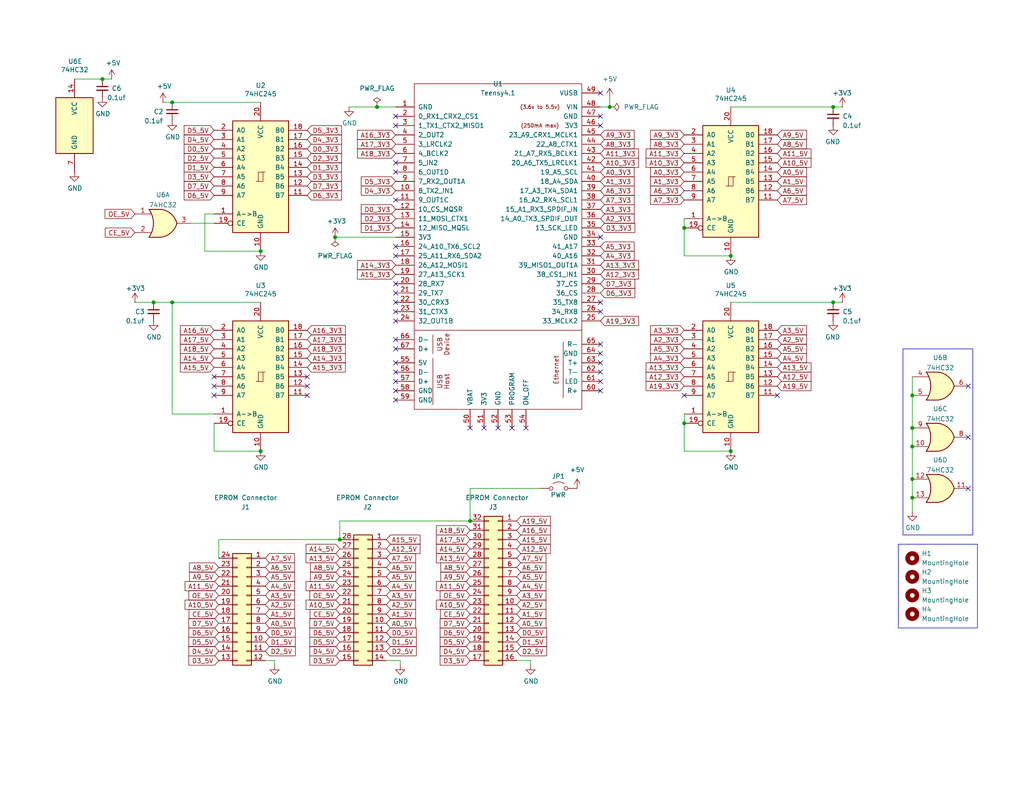
<source format=kicad_sch>
(kicad_sch (version 20231120) (generator "eeschema") (generator_version "8.0")
  (paper "USLetter")
  (title_block (title "EPROM Emulator") (date "2024-07-17") (rev "0.3") (company "Brian Peek"))
  (lib_symbols
    (symbol "74xx:74HC245" (pin_names (offset 1.016))
      (property "Reference" "U" (at -7.62 16.51 0))
      (property "Value" "74HC245" (at -7.62 -16.51 0))
      (symbol "74HC245_1_0"
        (pin input line (at -12.7 -10.16 0) (length 5.08) (name "A->B") (number "1"))
        (pin power_in line (at 0 -20.32 90) (length 5.08) (name "GND") (number "10"))
        (pin tri_state line (at 12.7 -5.08 180) (length 5.08) (name "B7") (number "11"))
        (pin tri_state line (at 12.7 -2.54 180) (length 5.08) (name "B6") (number "12"))
        (pin tri_state line (at 12.7 0 180) (length 5.08) (name "B5") (number "13"))
        (pin tri_state line (at 12.7 2.54 180) (length 5.08) (name "B4") (number "14"))
        (pin tri_state line (at 12.7 5.08 180) (length 5.08) (name "B3") (number "15"))
        (pin tri_state line (at 12.7 7.62 180) (length 5.08) (name "B2") (number "16"))
        (pin tri_state line (at 12.7 10.16 180) (length 5.08) (name "B1") (number "17"))
        (pin tri_state line (at 12.7 12.7 180) (length 5.08) (name "B0") (number "18"))
        (pin input inverted (at -12.7 -12.7 0) (length 5.08) (name "CE") (number "19"))
        (pin tri_state line (at -12.7 12.7 0) (length 5.08) (name "A0") (number "2"))
        (pin power_in line (at 0 20.32 270) (length 5.08) (name "VCC") (number "20"))
        (pin tri_state line (at -12.7 10.16 0) (length 5.08) (name "A1") (number "3"))
        (pin tri_state line (at -12.7 7.62 0) (length 5.08) (name "A2") (number "4"))
        (pin tri_state line (at -12.7 5.08 0) (length 5.08) (name "A3") (number "5"))
        (pin tri_state line (at -12.7 2.54 0) (length 5.08) (name "A4") (number "6"))
        (pin tri_state line (at -12.7 0 0) (length 5.08) (name "A5") (number "7"))
        (pin tri_state line (at -12.7 -2.54 0) (length 5.08) (name "A6") (number "8"))
        (pin tri_state line (at -12.7 -5.08 0) (length 5.08) (name "A7") (number "9"))
      )
    )
    (symbol "74xx:74LS32" (pin_names (offset 1.016))
      (property "Reference" "U" (at 0 1.27 0))
      (property "Value" "74LS32" (at 0 -1.27 0))
      (symbol "74LS32_1_1"
        (pin input line (at -7.62 2.54 0) (length 4.318) (name "~") (number "1"))
        (pin input line (at -7.62 -2.54 0) (length 4.318) (name "~") (number "2"))
        (pin output line (at 7.62 0 180) (length 3.81) (name "~") (number "3"))
      )
      (symbol "74LS32_1_2"
        (pin input inverted (at -7.62 2.54 0) (length 3.81) (name "~") (number "1"))
        (pin input inverted (at -7.62 -2.54 0) (length 3.81) (name "~") (number "2"))
        (pin output inverted (at 7.62 0 180) (length 3.81) (name "~") (number "3"))
      )
      (symbol "74LS32_2_1"
        (pin input line (at -7.62 2.54 0) (length 4.318) (name "~") (number "4"))
        (pin input line (at -7.62 -2.54 0) (length 4.318) (name "~") (number "5"))
        (pin output line (at 7.62 0 180) (length 3.81) (name "~") (number "6"))
      )
      (symbol "74LS32_2_2"
        (pin input inverted (at -7.62 2.54 0) (length 3.81) (name "~") (number "4"))
        (pin input inverted (at -7.62 -2.54 0) (length 3.81) (name "~") (number "5"))
        (pin output inverted (at 7.62 0 180) (length 3.81) (name "~") (number "6"))
      )
      (symbol "74LS32_3_1"
        (pin input line (at -7.62 -2.54 0) (length 4.318) (name "~") (number "10"))
        (pin output line (at 7.62 0 180) (length 3.81) (name "~") (number "8"))
        (pin input line (at -7.62 2.54 0) (length 4.318) (name "~") (number "9"))
      )
      (symbol "74LS32_3_2"
        (pin input inverted (at -7.62 -2.54 0) (length 3.81) (name "~") (number "10"))
        (pin output inverted (at 7.62 0 180) (length 3.81) (name "~") (number "8"))
        (pin input inverted (at -7.62 2.54 0) (length 3.81) (name "~") (number "9"))
      )
      (symbol "74LS32_4_1"
        (pin output line (at 7.62 0 180) (length 3.81) (name "~") (number "11"))
        (pin input line (at -7.62 2.54 0) (length 4.318) (name "~") (number "12"))
        (pin input line (at -7.62 -2.54 0) (length 4.318) (name "~") (number "13"))
      )
      (symbol "74LS32_4_2"
        (pin output inverted (at 7.62 0 180) (length 3.81) (name "~") (number "11"))
        (pin input inverted (at -7.62 2.54 0) (length 3.81) (name "~") (number "12"))
        (pin input inverted (at -7.62 -2.54 0) (length 3.81) (name "~") (number "13"))
      )
      (symbol "74LS32_5_0"
        (pin power_in line (at 0 12.7 270) (length 5.08) (name "VCC") (number "14"))
        (pin power_in line (at 0 -12.7 90) (length 5.08) (name "GND") (number "7"))
      )
    )
    (symbol "Connector_Generic:Conn_02x12_Counter_Clockwise" (pin_names (offset 1.016) hide)
      (property "Reference" "J" (at 1.27 15.24 0))
      (property "Value" "Conn_02x12_Counter_Clockwise" (at 1.27 -17.78 0))
      (symbol "Conn_02x12_Counter_Clockwise_1_1"
        (pin passive line (at -5.08 12.7 0) (length 3.81) (name "Pin_1") (number "1"))
        (pin passive line (at -5.08 -10.16 0) (length 3.81) (name "Pin_10") (number "10"))
        (pin passive line (at -5.08 -12.7 0) (length 3.81) (name "Pin_11") (number "11"))
        (pin passive line (at -5.08 -15.24 0) (length 3.81) (name "Pin_12") (number "12"))
        (pin passive line (at 7.62 -15.24 180) (length 3.81) (name "Pin_13") (number "13"))
        (pin passive line (at 7.62 -12.7 180) (length 3.81) (name "Pin_14") (number "14"))
        (pin passive line (at 7.62 -10.16 180) (length 3.81) (name "Pin_15") (number "15"))
        (pin passive line (at 7.62 -7.62 180) (length 3.81) (name "Pin_16") (number "16"))
        (pin passive line (at 7.62 -5.08 180) (length 3.81) (name "Pin_17") (number "17"))
        (pin passive line (at 7.62 -2.54 180) (length 3.81) (name "Pin_18") (number "18"))
        (pin passive line (at 7.62 0 180) (length 3.81) (name "Pin_19") (number "19"))
        (pin passive line (at -5.08 10.16 0) (length 3.81) (name "Pin_2") (number "2"))
        (pin passive line (at 7.62 2.54 180) (length 3.81) (name "Pin_20") (number "20"))
        (pin passive line (at 7.62 5.08 180) (length 3.81) (name "Pin_21") (number "21"))
        (pin passive line (at 7.62 7.62 180) (length 3.81) (name "Pin_22") (number "22"))
        (pin passive line (at 7.62 10.16 180) (length 3.81) (name "Pin_23") (number "23"))
        (pin passive line (at 7.62 12.7 180) (length 3.81) (name "Pin_24") (number "24"))
        (pin passive line (at -5.08 7.62 0) (length 3.81) (name "Pin_3") (number "3"))
        (pin passive line (at -5.08 5.08 0) (length 3.81) (name "Pin_4") (number "4"))
        (pin passive line (at -5.08 2.54 0) (length 3.81) (name "Pin_5") (number "5"))
        (pin passive line (at -5.08 0 0) (length 3.81) (name "Pin_6") (number "6"))
        (pin passive line (at -5.08 -2.54 0) (length 3.81) (name "Pin_7") (number "7"))
        (pin passive line (at -5.08 -5.08 0) (length 3.81) (name "Pin_8") (number "8"))
        (pin passive line (at -5.08 -7.62 0) (length 3.81) (name "Pin_9") (number "9"))
      )
    )
    (symbol "Connector_Generic:Conn_02x14_Counter_Clockwise" (pin_names (offset 1.016) hide)
      (property "Reference" "J" (at 1.27 17.78 0))
      (property "Value" "Conn_02x14_Counter_Clockwise" (at 1.27 -20.32 0))
      (symbol "Conn_02x14_Counter_Clockwise_1_1"
        (pin passive line (at -5.08 15.24 0) (length 3.81) (name "Pin_1") (number "1"))
        (pin passive line (at -5.08 -7.62 0) (length 3.81) (name "Pin_10") (number "10"))
        (pin passive line (at -5.08 -10.16 0) (length 3.81) (name "Pin_11") (number "11"))
        (pin passive line (at -5.08 -12.7 0) (length 3.81) (name "Pin_12") (number "12"))
        (pin passive line (at -5.08 -15.24 0) (length 3.81) (name "Pin_13") (number "13"))
        (pin passive line (at -5.08 -17.78 0) (length 3.81) (name "Pin_14") (number "14"))
        (pin passive line (at 7.62 -17.78 180) (length 3.81) (name "Pin_15") (number "15"))
        (pin passive line (at 7.62 -15.24 180) (length 3.81) (name "Pin_16") (number "16"))
        (pin passive line (at 7.62 -12.7 180) (length 3.81) (name "Pin_17") (number "17"))
        (pin passive line (at 7.62 -10.16 180) (length 3.81) (name "Pin_18") (number "18"))
        (pin passive line (at 7.62 -7.62 180) (length 3.81) (name "Pin_19") (number "19"))
        (pin passive line (at -5.08 12.7 0) (length 3.81) (name "Pin_2") (number "2"))
        (pin passive line (at 7.62 -5.08 180) (length 3.81) (name "Pin_20") (number "20"))
        (pin passive line (at 7.62 -2.54 180) (length 3.81) (name "Pin_21") (number "21"))
        (pin passive line (at 7.62 0 180) (length 3.81) (name "Pin_22") (number "22"))
        (pin passive line (at 7.62 2.54 180) (length 3.81) (name "Pin_23") (number "23"))
        (pin passive line (at 7.62 5.08 180) (length 3.81) (name "Pin_24") (number "24"))
        (pin passive line (at 7.62 7.62 180) (length 3.81) (name "Pin_25") (number "25"))
        (pin passive line (at 7.62 10.16 180) (length 3.81) (name "Pin_26") (number "26"))
        (pin passive line (at 7.62 12.7 180) (length 3.81) (name "Pin_27") (number "27"))
        (pin passive line (at 7.62 15.24 180) (length 3.81) (name "Pin_28") (number "28"))
        (pin passive line (at -5.08 10.16 0) (length 3.81) (name "Pin_3") (number "3"))
        (pin passive line (at -5.08 7.62 0) (length 3.81) (name "Pin_4") (number "4"))
        (pin passive line (at -5.08 5.08 0) (length 3.81) (name "Pin_5") (number "5"))
        (pin passive line (at -5.08 2.54 0) (length 3.81) (name "Pin_6") (number "6"))
        (pin passive line (at -5.08 0 0) (length 3.81) (name "Pin_7") (number "7"))
        (pin passive line (at -5.08 -2.54 0) (length 3.81) (name "Pin_8") (number "8"))
        (pin passive line (at -5.08 -5.08 0) (length 3.81) (name "Pin_9") (number "9"))
      )
    )
    (symbol "Connector_Generic:Conn_02x16_Counter_Clockwise" (pin_names (offset 1.016) hide)
      (property "Reference" "J" (at 1.27 20.32 0))
      (property "Value" "Conn_02x16_Counter_Clockwise" (at 1.27 -22.86 0))
      (symbol "Conn_02x16_Counter_Clockwise_1_1"
        (pin passive line (at -5.08 17.78 0) (length 3.81) (name "Pin_1") (number "1"))
        (pin passive line (at -5.08 -5.08 0) (length 3.81) (name "Pin_10") (number "10"))
        (pin passive line (at -5.08 -7.62 0) (length 3.81) (name "Pin_11") (number "11"))
        (pin passive line (at -5.08 -10.16 0) (length 3.81) (name "Pin_12") (number "12"))
        (pin passive line (at -5.08 -12.7 0) (length 3.81) (name "Pin_13") (number "13"))
        (pin passive line (at -5.08 -15.24 0) (length 3.81) (name "Pin_14") (number "14"))
        (pin passive line (at -5.08 -17.78 0) (length 3.81) (name "Pin_15") (number "15"))
        (pin passive line (at -5.08 -20.32 0) (length 3.81) (name "Pin_16") (number "16"))
        (pin passive line (at 7.62 -20.32 180) (length 3.81) (name "Pin_17") (number "17"))
        (pin passive line (at 7.62 -17.78 180) (length 3.81) (name "Pin_18") (number "18"))
        (pin passive line (at 7.62 -15.24 180) (length 3.81) (name "Pin_19") (number "19"))
        (pin passive line (at -5.08 15.24 0) (length 3.81) (name "Pin_2") (number "2"))
        (pin passive line (at 7.62 -12.7 180) (length 3.81) (name "Pin_20") (number "20"))
        (pin passive line (at 7.62 -10.16 180) (length 3.81) (name "Pin_21") (number "21"))
        (pin passive line (at 7.62 -7.62 180) (length 3.81) (name "Pin_22") (number "22"))
        (pin passive line (at 7.62 -5.08 180) (length 3.81) (name "Pin_23") (number "23"))
        (pin passive line (at 7.62 -2.54 180) (length 3.81) (name "Pin_24") (number "24"))
        (pin passive line (at 7.62 0 180) (length 3.81) (name "Pin_25") (number "25"))
        (pin passive line (at 7.62 2.54 180) (length 3.81) (name "Pin_26") (number "26"))
        (pin passive line (at 7.62 5.08 180) (length 3.81) (name "Pin_27") (number "27"))
        (pin passive line (at 7.62 7.62 180) (length 3.81) (name "Pin_28") (number "28"))
        (pin passive line (at 7.62 10.16 180) (length 3.81) (name "Pin_29") (number "29"))
        (pin passive line (at -5.08 12.7 0) (length 3.81) (name "Pin_3") (number "3"))
        (pin passive line (at 7.62 12.7 180) (length 3.81) (name "Pin_30") (number "30"))
        (pin passive line (at 7.62 15.24 180) (length 3.81) (name "Pin_31") (number "31"))
        (pin passive line (at 7.62 17.78 180) (length 3.81) (name "Pin_32") (number "32"))
        (pin passive line (at -5.08 10.16 0) (length 3.81) (name "Pin_4") (number "4"))
        (pin passive line (at -5.08 7.62 0) (length 3.81) (name "Pin_5") (number "5"))
        (pin passive line (at -5.08 5.08 0) (length 3.81) (name "Pin_6") (number "6"))
        (pin passive line (at -5.08 2.54 0) (length 3.81) (name "Pin_7") (number "7"))
        (pin passive line (at -5.08 0 0) (length 3.81) (name "Pin_8") (number "8"))
        (pin passive line (at -5.08 -2.54 0) (length 3.81) (name "Pin_9") (number "9"))
      )
    )
    (symbol "Device:C_Small" (pin_numbers hide) (pin_names (offset 0.254) hide)
      (property "Reference" "C" (at 0.254 1.778 0))
      (property "Value" "C_Small" (at 0.254 -2.032 0))
      (symbol "C_Small_1_1"
        (pin passive line (at 0 2.54 270) (length 2.032) (name "~") (number "1"))
        (pin passive line (at 0 -2.54 90) (length 2.032) (name "~") (number "2"))
      )
    )
    (symbol "Jumper:Jumper_2_Open" (pin_numbers hide) (pin_names (offset 0) hide) (exclude_from_sim yes)
      (property "Reference" "JP" (at 0 2.794 0))
      (property "Value" "Jumper_2_Open" (at 0 -2.286 0))
      (symbol "Jumper_2_Open_1_1"
        (pin passive line (at -5.08 0 0) (length 2.54) (name "A") (number "1"))
        (pin passive line (at 5.08 0 180) (length 2.54) (name "B") (number "2"))
      )
    )
    (symbol "Mechanical:MountingHole" (pin_names (offset 1.016)) (exclude_from_sim yes) (in_bom no)
      (property "Reference" "H" (at 0 5.08 0))
      (property "Value" "MountingHole" (at 0 3.175 0))
    )
    (symbol "power:+3.3V" (power) (pin_numbers hide) (pin_names (offset 0) hide)
      (property "Value" "+3.3V" (at 0 3.556 0))
      (symbol "+3.3V_1_1"
        (pin power_in line (at 0 0 90) (length 0) (name "~") (number "1"))
      )
    )
    (symbol "power:+5V" (power) (pin_numbers hide) (pin_names (offset 0) hide)
      (property "Value" "+5V" (at 0 3.556 0))
      (symbol "+5V_1_1"
        (pin power_in line (at 0 0 90) (length 0) (name "~") (number "1"))
      )
    )
    (symbol "power:GND" (power) (pin_numbers hide) (pin_names (offset 0) hide)
      (property "Value" "GND" (at 0 -3.81 0))
      (symbol "GND_1_1"
        (pin power_in line (at 0 0 270) (length 0) (name "~") (number "1"))
      )
    )
    (symbol "power:PWR_FLAG" (power) (pin_numbers hide) (pin_names (offset 0) hide)
      (property "Value" "PWR_FLAG" (at 0 3.81 0))
      (symbol "PWR_FLAG_0_0"
        (pin power_out line (at 0 0 90) (length 0) (name "~") (number "1"))
      )
    )
    (symbol "teensy:Teensy4.1" (pin_names (offset 1.016))
      (property "Reference" "U" (at 0 64.77 0))
      (property "Value" "Teensy4.1" (at 0 62.23 0))
      (symbol "Teensy4.1_0_0"
        (text "(250mA max)" (at 11.43 49.53 0) (effects (font (size 1.016 1.016))))
        (text "(3.6v to 5.5v)" (at 11.43 54.61 0) (effects (font (size 1.016 1.016))))
        (text "Device" (at -13.97 -10.16 900) (effects (font (size 1.27 1.27))))
        (text "Ethernet" (at 15.875 -17.145 900) (effects (font (size 1.27 1.27))))
        (text "Host" (at -13.97 -20.32 900) (effects (font (size 1.27 1.27))))
        (text "USB" (at -15.875 -20.32 900) (effects (font (size 1.27 1.27))))
        (text "USB" (at -15.875 -10.16 900) (effects (font (size 1.27 1.27))))
        (pin bidirectional line (at -27.94 31.75 0) (length 5.08) (name "8_TX2_IN1") (number "10"))
        (pin bidirectional line (at -27.94 29.21 0) (length 5.08) (name "9_OUT1C") (number "11"))
        (pin bidirectional line (at -27.94 26.67 0) (length 5.08) (name "10_CS_MQSR") (number "12"))
        (pin bidirectional line (at -27.94 24.13 0) (length 5.08) (name "11_MOSI_CTX1") (number "13"))
        (pin bidirectional line (at -27.94 21.59 0) (length 5.08) (name "12_MISO_MQSL") (number "14"))
        (pin power_in line (at -27.94 19.05 0) (length 5.08) (name "3V3") (number "15"))
        (pin bidirectional line (at -27.94 16.51 0) (length 5.08) (name "24_A10_TX6_SCL2") (number "16"))
        (pin bidirectional line (at -27.94 13.97 0) (length 5.08) (name "25_A11_RX6_SDA2") (number "17"))
        (pin bidirectional line (at -27.94 11.43 0) (length 5.08) (name "26_A12_MOSI1") (number "18"))
        (pin bidirectional line (at -27.94 8.89 0) (length 5.08) (name "27_A13_SCK1") (number "19"))
        (pin bidirectional line (at -27.94 6.35 0) (length 5.08) (name "28_RX7") (number "20"))
        (pin bidirectional line (at -27.94 3.81 0) (length 5.08) (name "29_TX7") (number "21"))
        (pin bidirectional line (at -27.94 1.27 0) (length 5.08) (name "30_CRX3") (number "22"))
        (pin bidirectional line (at -27.94 -1.27 0) (length 5.08) (name "31_CTX3") (number "23"))
        (pin bidirectional line (at -27.94 -3.81 0) (length 5.08) (name "32_OUT1B") (number "24"))
        (pin bidirectional line (at 27.94 -3.81 180) (length 5.08) (name "33_MCLK2") (number "25"))
        (pin bidirectional line (at 27.94 -1.27 180) (length 5.08) (name "34_RX8") (number "26"))
        (pin bidirectional line (at 27.94 1.27 180) (length 5.08) (name "35_TX8") (number "27"))
        (pin bidirectional line (at 27.94 3.81 180) (length 5.08) (name "36_CS") (number "28"))
        (pin bidirectional line (at 27.94 6.35 180) (length 5.08) (name "37_CS") (number "29"))
        (pin bidirectional line (at 27.94 8.89 180) (length 5.08) (name "38_CS1_IN1") (number "30"))
        (pin bidirectional line (at 27.94 11.43 180) (length 5.08) (name "39_MISO1_OUT1A") (number "31"))
        (pin bidirectional line (at 27.94 13.97 180) (length 5.08) (name "40_A16") (number "32"))
        (pin bidirectional line (at 27.94 16.51 180) (length 5.08) (name "41_A17") (number "33"))
        (pin bidirectional line (at 27.94 21.59 180) (length 5.08) (name "13_SCK_LED") (number "35"))
        (pin bidirectional line (at 27.94 24.13 180) (length 5.08) (name "14_A0_TX3_SPDIF_OUT") (number "36"))
        (pin bidirectional line (at 27.94 26.67 180) (length 5.08) (name "15_A1_RX3_SPDIF_IN") (number "37"))
        (pin bidirectional line (at 27.94 29.21 180) (length 5.08) (name "16_A2_RX4_SCL1") (number "38"))
        (pin bidirectional line (at 27.94 31.75 180) (length 5.08) (name "17_A3_TX4_SDA1") (number "39"))
        (pin bidirectional line (at 27.94 34.29 180) (length 5.08) (name "18_A4_SDA") (number "40"))
        (pin bidirectional line (at 27.94 36.83 180) (length 5.08) (name "19_A5_SCL") (number "41"))
        (pin bidirectional line (at 27.94 39.37 180) (length 5.08) (name "20_A6_TX5_LRCLK1") (number "42"))
        (pin bidirectional line (at 27.94 41.91 180) (length 5.08) (name "21_A7_RX5_BCLK1") (number "43"))
        (pin bidirectional line (at 27.94 44.45 180) (length 5.08) (name "22_A8_CTX1") (number "44"))
        (pin bidirectional line (at 27.94 46.99 180) (length 5.08) (name "23_A9_CRX1_MCLK1") (number "45"))
        (pin output line (at 27.94 49.53 180) (length 5.08) (name "3V3") (number "46"))
        (pin output line (at 27.94 52.07 180) (length 5.08) (name "GND") (number "47"))
        (pin power_in line (at 27.94 54.61 180) (length 5.08) (name "VIN") (number "48"))
        (pin power_out line (at 27.94 58.42 180) (length 5.08) (name "VUSB") (number "49"))
        (pin bidirectional line (at -27.94 44.45 0) (length 5.08) (name "3_LRCLK2") (number "5"))
        (pin power_in line (at -7.62 -33.02 90) (length 5.08) (name "VBAT") (number "50"))
        (pin power_in line (at -3.81 -33.02 90) (length 5.08) (name "3V3") (number "51"))
        (pin input line (at 0 -33.02 90) (length 5.08) (name "GND") (number "52"))
        (pin input line (at 3.81 -33.02 90) (length 5.08) (name "PROGRAM") (number "53"))
        (pin input line (at 7.62 -33.02 90) (length 5.08) (name "ON_OFF") (number "54"))
        (pin power_out line (at -27.94 -15.24 0) (length 5.08) (name "5V") (number "55"))
        (pin bidirectional line (at -27.94 -17.78 0) (length 5.08) (name "D-") (number "56"))
        (pin bidirectional line (at -27.94 -20.32 0) (length 5.08) (name "D+") (number "57"))
        (pin power_in line (at -27.94 -22.86 0) (length 5.08) (name "GND") (number "58"))
        (pin power_in line (at -27.94 -25.4 0) (length 5.08) (name "GND") (number "59"))
        (pin bidirectional line (at -27.94 41.91 0) (length 5.08) (name "4_BCLK2") (number "6"))
        (pin bidirectional line (at 27.94 -22.86 180) (length 5.08) (name "R+") (number "60"))
        (pin bidirectional line (at 27.94 -20.32 180) (length 5.08) (name "LED") (number "61"))
        (pin bidirectional line (at 27.94 -17.78 180) (length 5.08) (name "T-") (number "62"))
        (pin bidirectional line (at 27.94 -15.24 180) (length 5.08) (name "T+") (number "63"))
        (pin power_in line (at 27.94 -12.7 180) (length 5.08) (name "GND") (number "64"))
        (pin bidirectional line (at 27.94 -10.16 180) (length 5.08) (name "R-") (number "65"))
        (pin bidirectional line (at -27.94 -8.89 0) (length 5.08) (name "D-") (number "66"))
        (pin bidirectional line (at -27.94 -11.43 0) (length 5.08) (name "D+") (number "67"))
        (pin bidirectional line (at -27.94 39.37 0) (length 5.08) (name "5_IN2") (number "7"))
        (pin bidirectional line (at -27.94 36.83 0) (length 5.08) (name "6_OUT1D") (number "8"))
        (pin bidirectional line (at -27.94 34.29 0) (length 5.08) (name "7_RX2_OUT1A") (number "9"))
      )
      (symbol "Teensy4.1_1_1"
        (pin power_in line (at -27.94 54.61 0) (length 5.08) (name "GND") (number "1"))
        (pin bidirectional line (at -27.94 52.07 0) (length 5.08) (name "0_RX1_CRX2_CS1") (number "2"))
        (pin bidirectional line (at -27.94 49.53 0) (length 5.08) (name "1_TX1_CTX2_MISO1") (number "3"))
        (pin power_in line (at 27.94 19.05 180) (length 5.08) (name "GND") (number "34"))
        (pin bidirectional line (at -27.94 46.99 0) (length 5.08) (name "2_OUT2") (number "4"))
      )
    )
  )
  (junction (at 199.39 69.85))
  (junction (at 248.92 130.81))
  (junction (at 92.71 147.32))
  (junction (at 27.94 21.59))
  (junction (at 199.39 123.19))
  (junction (at 128.27 142.24))
  (junction (at 227.33 82.55))
  (junction (at 166.37 29.21))
  (junction (at 248.92 135.89))
  (junction (at 91.44 64.77))
  (junction (at 248.92 121.92))
  (junction (at 248.92 116.84))
  (junction (at 102.87 29.21))
  (junction (at 227.33 29.21))
  (junction (at 186.69 115.57))
  (junction (at 46.99 82.55))
  (junction (at 46.99 27.94))
  (junction (at 71.12 68.58))
  (junction (at 186.69 62.23))
  (junction (at 41.91 82.55))
  (junction (at 71.12 123.19))
  (junction (at 248.92 107.95))
  (no_connect (at 107.95 77.47))
  (no_connect (at 107.95 54.61))
  (no_connect (at 107.95 31.75))
  (no_connect (at 107.95 85.09))
  (no_connect (at 163.83 31.75))
  (no_connect (at 107.95 104.14))
  (no_connect (at 107.95 82.55))
  (no_connect (at 107.95 69.85))
  (no_connect (at 163.83 85.09))
  (no_connect (at 107.95 109.22))
  (no_connect (at 107.95 67.31))
  (no_connect (at 212.09 107.95))
  (no_connect (at 107.95 99.06))
  (no_connect (at 163.83 64.77))
  (no_connect (at 107.95 46.99))
  (no_connect (at 107.95 34.29))
  (no_connect (at 163.83 25.4))
  (no_connect (at 163.83 104.14))
  (no_connect (at 128.27 116.84))
  (no_connect (at 83.82 102.87))
  (no_connect (at 163.83 96.52))
  (no_connect (at 186.69 107.95))
  (no_connect (at 107.95 87.63))
  (no_connect (at 163.83 34.29))
  (no_connect (at 163.83 106.68))
  (no_connect (at 163.83 82.55))
  (no_connect (at 58.42 102.87))
  (no_connect (at 264.16 133.35))
  (no_connect (at 132.08 116.84))
  (no_connect (at 264.16 119.38))
  (no_connect (at 143.51 116.84))
  (no_connect (at 107.95 101.6))
  (no_connect (at 83.82 107.95))
  (no_connect (at 163.83 101.6))
  (no_connect (at 83.82 105.41))
  (no_connect (at 107.95 80.01))
  (no_connect (at 58.42 107.95))
  (no_connect (at 107.95 44.45))
  (no_connect (at 107.95 106.68))
  (no_connect (at 163.83 99.06))
  (no_connect (at 107.95 92.71))
  (no_connect (at 107.95 95.25))
  (no_connect (at 139.7 116.84))
  (no_connect (at 58.42 105.41))
  (no_connect (at 264.16 105.41))
  (no_connect (at 135.89 116.84))
  (no_connect (at 163.83 93.98))
  (wire (pts (xy 92.71 147.32) (xy 92.71 142.24)))
  (wire (pts (xy 58.42 113.03) (xy 46.99 113.03)))
  (wire (pts (xy 144.78 180.34) (xy 144.78 181.61)))
  (wire (pts (xy 102.87 29.21) (xy 107.95 29.21)))
  (wire (pts (xy 44.45 27.94) (xy 46.99 27.94)))
  (wire (pts (xy 199.39 82.55) (xy 227.33 82.55)))
  (wire (pts (xy 186.69 115.57) (xy 186.69 123.19)))
  (wire (pts (xy 92.71 142.24) (xy 128.27 142.24)))
  (wire (pts (xy 248.92 121.92) (xy 248.92 130.81)))
  (wire (pts (xy 46.99 113.03) (xy 46.99 82.55)))
  (wire (pts (xy 72.39 180.34) (xy 74.93 180.34)))
  (wire (pts (xy 229.87 82.55) (xy 227.33 82.55)))
  (wire (pts (xy 59.69 152.4) (xy 59.69 147.32)))
  (wire (pts (xy 52.07 60.96) (xy 58.42 60.96)))
  (wire (pts (xy 58.42 115.57) (xy 58.42 123.19)))
  (wire (pts (xy 186.69 59.69) (xy 186.69 62.23)))
  (wire (pts (xy 248.92 116.84) (xy 248.92 121.92)))
  (wire (pts (xy 46.99 82.55) (xy 71.12 82.55)))
  (wire (pts (xy 248.92 107.95) (xy 248.92 116.84)))
  (wire (pts (xy 36.83 82.55) (xy 41.91 82.55)))
  (wire (pts (xy 55.88 58.42) (xy 58.42 58.42)))
  (wire (pts (xy 186.69 62.23) (xy 186.69 69.85)))
  (wire (pts (xy 55.88 68.58) (xy 55.88 58.42)))
  (wire (pts (xy 46.99 27.94) (xy 71.12 27.94)))
  (wire (pts (xy 105.41 180.34) (xy 109.22 180.34)))
  (wire (pts (xy 128.27 142.24) (xy 128.27 133.35)))
  (wire (pts (xy 20.32 21.59) (xy 27.94 21.59)))
  (wire (pts (xy 140.97 180.34) (xy 144.78 180.34)))
  (wire (pts (xy 41.91 82.55) (xy 46.99 82.55)))
  (wire (pts (xy 91.44 64.77) (xy 107.95 64.77)))
  (wire (pts (xy 27.94 21.59) (xy 30.48 21.59)))
  (wire (pts (xy 199.39 123.19) (xy 186.69 123.19)))
  (wire (pts (xy 166.37 29.21) (xy 166.37 26.67)))
  (wire (pts (xy 71.12 68.58) (xy 55.88 68.58)))
  (wire (pts (xy 186.69 113.03) (xy 186.69 115.57)))
  (wire (pts (xy 199.39 69.85) (xy 186.69 69.85)))
  (wire (pts (xy 248.92 102.87) (xy 248.92 107.95)))
  (wire (pts (xy 59.69 147.32) (xy 92.71 147.32)))
  (wire (pts (xy 199.39 29.21) (xy 227.33 29.21)))
  (wire (pts (xy 248.92 135.89) (xy 248.92 139.7)))
  (wire (pts (xy 95.25 29.21) (xy 102.87 29.21)))
  (wire (pts (xy 71.12 123.19) (xy 58.42 123.19)))
  (wire (pts (xy 229.87 29.21) (xy 227.33 29.21)))
  (wire (pts (xy 74.93 180.34) (xy 74.93 181.61)))
  (wire (pts (xy 128.27 133.35) (xy 147.32 133.35)))
  (wire (pts (xy 163.83 29.21) (xy 166.37 29.21)))
  (wire (pts (xy 109.22 180.34) (xy 109.22 181.61)))
  (wire (pts (xy 248.92 130.81) (xy 248.92 135.89)))
  (rectangle (start 246.38 95.25) (end 265.43 146.05))
  (rectangle (start 245.11 148.59) (end 266.7 171.45))
  (global_label "D0_5V" (shape input) (at 140.97 172.72 0) (property "Intersheetrefs" "${INTERSHEET_REFS}" (effects (hide yes))))
  (global_label "D1_3V3" (shape input) (at 107.95 62.23 180) (property "Intersheetrefs" "${INTERSHEET_REFS}" (effects (hide yes))))
  (global_label "A0_5V" (shape input) (at 212.09 46.99 0) (property "Intersheetrefs" "${INTERSHEET_REFS}" (effects (hide yes))))
  (global_label "A6_3V3" (shape input) (at 186.69 52.07 180) (property "Intersheetrefs" "${INTERSHEET_REFS}" (effects (hide yes))))
  (global_label "A13_5V" (shape input) (at 92.71 152.4 180) (property "Intersheetrefs" "${INTERSHEET_REFS}" (effects (hide yes))))
  (global_label "A4_5V" (shape input) (at 140.97 160.02 0) (property "Intersheetrefs" "${INTERSHEET_REFS}" (effects (hide yes))))
  (global_label "A14_5V" (shape input) (at 128.27 149.86 180) (property "Intersheetrefs" "${INTERSHEET_REFS}" (effects (hide yes))))
  (global_label "D0_5V" (shape input) (at 72.39 172.72 0) (property "Intersheetrefs" "${INTERSHEET_REFS}" (effects (hide yes))))
  (global_label "A1_3V3" (shape input) (at 186.69 49.53 180) (property "Intersheetrefs" "${INTERSHEET_REFS}" (effects (hide yes))))
  (global_label "A14_3V3" (shape input) (at 107.95 72.39 180) (property "Intersheetrefs" "${INTERSHEET_REFS}" (effects (hide yes))))
  (global_label "A15_5V" (shape input) (at 58.42 100.33 180) (property "Intersheetrefs" "${INTERSHEET_REFS}" (effects (hide yes))))
  (global_label "A19_3V3" (shape input) (at 186.69 105.41 180) (property "Intersheetrefs" "${INTERSHEET_REFS}" (effects (hide yes))))
  (global_label "D4_3V3" (shape input) (at 107.95 52.07 180) (property "Intersheetrefs" "${INTERSHEET_REFS}" (effects (hide yes))))
  (global_label "D5_3V3" (shape input) (at 107.95 49.53 180) (property "Intersheetrefs" "${INTERSHEET_REFS}" (effects (hide yes))))
  (global_label "A6_5V" (shape input) (at 105.41 154.94 0) (property "Intersheetrefs" "${INTERSHEET_REFS}" (effects (hide yes))))
  (global_label "D6_5V" (shape input) (at 92.71 172.72 180) (property "Intersheetrefs" "${INTERSHEET_REFS}" (effects (hide yes))))
  (global_label "A17_3V3" (shape input) (at 107.95 39.37 180) (property "Intersheetrefs" "${INTERSHEET_REFS}" (effects (hide yes))))
  (global_label "D2_5V" (shape input) (at 58.42 43.18 180) (property "Intersheetrefs" "${INTERSHEET_REFS}" (effects (hide yes))))
  (global_label "A9_5V" (shape input) (at 128.27 157.48 180) (property "Intersheetrefs" "${INTERSHEET_REFS}" (effects (hide yes))))
  (global_label "A2_3V3" (shape input) (at 163.83 59.69 0) (property "Intersheetrefs" "${INTERSHEET_REFS}" (effects (hide yes))))
  (global_label "A9_3V3" (shape input) (at 186.69 36.83 180) (property "Intersheetrefs" "${INTERSHEET_REFS}" (effects (hide yes))))
  (global_label "A15_3V3" (shape input) (at 83.82 100.33 0) (property "Intersheetrefs" "${INTERSHEET_REFS}" (effects (hide yes))))
  (global_label "A10_5V" (shape input) (at 59.69 165.1 180) (property "Intersheetrefs" "${INTERSHEET_REFS}" (effects (hide yes))))
  (global_label "A15_5V" (shape input) (at 140.97 147.32 0) (property "Intersheetrefs" "${INTERSHEET_REFS}" (effects (hide yes))))
  (global_label "A5_5V" (shape input) (at 212.09 95.25 0) (property "Intersheetrefs" "${INTERSHEET_REFS}" (effects (hide yes))))
  (global_label "D1_5V" (shape input) (at 72.39 175.26 0) (property "Intersheetrefs" "${INTERSHEET_REFS}" (effects (hide yes))))
  (global_label "D7_5V" (shape input) (at 128.27 170.18 180) (property "Intersheetrefs" "${INTERSHEET_REFS}" (effects (hide yes))))
  (global_label "A8_5V" (shape input) (at 92.71 154.94 180) (property "Intersheetrefs" "${INTERSHEET_REFS}" (effects (hide yes))))
  (global_label "D7_5V" (shape input) (at 92.71 170.18 180) (property "Intersheetrefs" "${INTERSHEET_REFS}" (effects (hide yes))))
  (global_label "D3_5V" (shape input) (at 92.71 180.34 180) (property "Intersheetrefs" "${INTERSHEET_REFS}" (effects (hide yes))))
  (global_label "A12_5V" (shape input) (at 105.41 149.86 0) (property "Intersheetrefs" "${INTERSHEET_REFS}" (effects (hide yes))))
  (global_label "A12_3V3" (shape input) (at 163.83 74.93 0) (property "Intersheetrefs" "${INTERSHEET_REFS}" (effects (hide yes))))
  (global_label "D2_3V3" (shape input) (at 83.82 43.18 0) (property "Intersheetrefs" "${INTERSHEET_REFS}" (effects (hide yes))))
  (global_label "A2_5V" (shape input) (at 140.97 165.1 0) (property "Intersheetrefs" "${INTERSHEET_REFS}" (effects (hide yes))))
  (global_label "A11_5V" (shape input) (at 59.69 160.02 180) (property "Intersheetrefs" "${INTERSHEET_REFS}" (effects (hide yes))))
  (global_label "A0_3V3" (shape input) (at 163.83 46.99 0) (property "Intersheetrefs" "${INTERSHEET_REFS}" (effects (hide yes))))
  (global_label "A9_3V3" (shape input) (at 163.83 36.83 0) (property "Intersheetrefs" "${INTERSHEET_REFS}" (effects (hide yes))))
  (global_label "A13_5V" (shape input) (at 212.09 100.33 0) (property "Intersheetrefs" "${INTERSHEET_REFS}" (effects (hide yes))))
  (global_label "A0_5V" (shape input) (at 140.97 170.18 0) (property "Intersheetrefs" "${INTERSHEET_REFS}" (effects (hide yes))))
  (global_label "D3_5V" (shape input) (at 128.27 180.34 180) (property "Intersheetrefs" "${INTERSHEET_REFS}" (effects (hide yes))))
  (global_label "D3_5V" (shape input) (at 58.42 48.26 180) (property "Intersheetrefs" "${INTERSHEET_REFS}" (effects (hide yes))))
  (global_label "D2_5V" (shape input) (at 140.97 177.8 0) (property "Intersheetrefs" "${INTERSHEET_REFS}" (effects (hide yes))))
  (global_label "A16_5V" (shape input) (at 140.97 144.78 0) (property "Intersheetrefs" "${INTERSHEET_REFS}" (effects (hide yes))))
  (global_label "A16_3V3" (shape input) (at 107.95 36.83 180) (property "Intersheetrefs" "${INTERSHEET_REFS}" (effects (hide yes))))
  (global_label "D2_3V3" (shape input) (at 107.95 59.69 180) (property "Intersheetrefs" "${INTERSHEET_REFS}" (effects (hide yes))))
  (global_label "A10_5V" (shape input) (at 212.09 44.45 0) (property "Intersheetrefs" "${INTERSHEET_REFS}" (effects (hide yes))))
  (global_label "D4_5V" (shape input) (at 92.71 177.8 180) (property "Intersheetrefs" "${INTERSHEET_REFS}" (effects (hide yes))))
  (global_label "A17_5V" (shape input) (at 128.27 147.32 180) (property "Intersheetrefs" "${INTERSHEET_REFS}" (effects (hide yes))))
  (global_label "A15_5V" (shape input) (at 105.41 147.32 0) (property "Intersheetrefs" "${INTERSHEET_REFS}" (effects (hide yes))))
  (global_label "OE_5V" (shape input) (at 59.69 162.56 180) (property "Intersheetrefs" "${INTERSHEET_REFS}" (effects (hide yes))))
  (global_label "D1_5V" (shape input) (at 105.41 175.26 0) (property "Intersheetrefs" "${INTERSHEET_REFS}" (effects (hide yes))))
  (global_label "CE_5V" (shape input) (at 36.83 63.5 180) (property "Intersheetrefs" "${INTERSHEET_REFS}" (effects (hide yes))))
  (global_label "A1_3V3" (shape input) (at 163.83 49.53 0) (property "Intersheetrefs" "${INTERSHEET_REFS}" (effects (hide yes))))
  (global_label "A7_3V3" (shape input) (at 186.69 54.61 180) (property "Intersheetrefs" "${INTERSHEET_REFS}" (effects (hide yes))))
  (global_label "CE_5V" (shape input) (at 92.71 167.64 180) (property "Intersheetrefs" "${INTERSHEET_REFS}" (effects (hide yes))))
  (global_label "A6_5V" (shape input) (at 72.39 154.94 0) (property "Intersheetrefs" "${INTERSHEET_REFS}" (effects (hide yes))))
  (global_label "A5_5V" (shape input) (at 72.39 157.48 0) (property "Intersheetrefs" "${INTERSHEET_REFS}" (effects (hide yes))))
  (global_label "A4_5V" (shape input) (at 212.09 97.79 0) (property "Intersheetrefs" "${INTERSHEET_REFS}" (effects (hide yes))))
  (global_label "A2_5V" (shape input) (at 212.09 92.71 0) (property "Intersheetrefs" "${INTERSHEET_REFS}" (effects (hide yes))))
  (global_label "A2_3V3" (shape input) (at 186.69 92.71 180) (property "Intersheetrefs" "${INTERSHEET_REFS}" (effects (hide yes))))
  (global_label "A18_3V3" (shape input) (at 83.82 95.25 0) (property "Intersheetrefs" "${INTERSHEET_REFS}" (effects (hide yes))))
  (global_label "A3_5V" (shape input) (at 105.41 162.56 0) (property "Intersheetrefs" "${INTERSHEET_REFS}" (effects (hide yes))))
  (global_label "A7_5V" (shape input) (at 72.39 152.4 0) (property "Intersheetrefs" "${INTERSHEET_REFS}" (effects (hide yes))))
  (global_label "A0_3V3" (shape input) (at 186.69 46.99 180) (property "Intersheetrefs" "${INTERSHEET_REFS}" (effects (hide yes))))
  (global_label "D2_5V" (shape input) (at 72.39 177.8 0) (property "Intersheetrefs" "${INTERSHEET_REFS}" (effects (hide yes))))
  (global_label "A6_3V3" (shape input) (at 163.83 52.07 0) (property "Intersheetrefs" "${INTERSHEET_REFS}" (effects (hide yes))))
  (global_label "D6_5V" (shape input) (at 58.42 53.34 180) (property "Intersheetrefs" "${INTERSHEET_REFS}" (effects (hide yes))))
  (global_label "D5_5V" (shape input) (at 58.42 35.56 180) (property "Intersheetrefs" "${INTERSHEET_REFS}" (effects (hide yes))))
  (global_label "A3_3V3" (shape input) (at 186.69 90.17 180) (property "Intersheetrefs" "${INTERSHEET_REFS}" (effects (hide yes))))
  (global_label "A17_5V" (shape input) (at 58.42 92.71 180) (property "Intersheetrefs" "${INTERSHEET_REFS}" (effects (hide yes))))
  (global_label "A0_5V" (shape input) (at 72.39 170.18 0) (property "Intersheetrefs" "${INTERSHEET_REFS}" (effects (hide yes))))
  (global_label "A6_5V" (shape input) (at 140.97 154.94 0) (property "Intersheetrefs" "${INTERSHEET_REFS}" (effects (hide yes))))
  (global_label "D4_3V3" (shape input) (at 83.82 38.1 0) (property "Intersheetrefs" "${INTERSHEET_REFS}" (effects (hide yes))))
  (global_label "A3_5V" (shape input) (at 140.97 162.56 0) (property "Intersheetrefs" "${INTERSHEET_REFS}" (effects (hide yes))))
  (global_label "D0_3V3" (shape input) (at 83.82 40.64 0) (property "Intersheetrefs" "${INTERSHEET_REFS}" (effects (hide yes))))
  (global_label "A10_5V" (shape input) (at 128.27 165.1 180) (property "Intersheetrefs" "${INTERSHEET_REFS}" (effects (hide yes))))
  (global_label "A13_3V3" (shape input) (at 163.83 72.39 0) (property "Intersheetrefs" "${INTERSHEET_REFS}" (effects (hide yes))))
  (global_label "A18_5V" (shape input) (at 58.42 95.25 180) (property "Intersheetrefs" "${INTERSHEET_REFS}" (effects (hide yes))))
  (global_label "A11_5V" (shape input) (at 92.71 160.02 180) (property "Intersheetrefs" "${INTERSHEET_REFS}" (effects (hide yes))))
  (global_label "D6_3V3" (shape input) (at 83.82 53.34 0) (property "Intersheetrefs" "${INTERSHEET_REFS}" (effects (hide yes))))
  (global_label "A16_3V3" (shape input) (at 83.82 90.17 0) (property "Intersheetrefs" "${INTERSHEET_REFS}" (effects (hide yes))))
  (global_label "D5_5V" (shape input) (at 59.69 175.26 180) (property "Intersheetrefs" "${INTERSHEET_REFS}" (effects (hide yes))))
  (global_label "A11_3V3" (shape input) (at 186.69 41.91 180) (property "Intersheetrefs" "${INTERSHEET_REFS}" (effects (hide yes))))
  (global_label "A13_5V" (shape input) (at 128.27 152.4 180) (property "Intersheetrefs" "${INTERSHEET_REFS}" (effects (hide yes))))
  (global_label "D6_5V" (shape input) (at 59.69 172.72 180) (property "Intersheetrefs" "${INTERSHEET_REFS}" (effects (hide yes))))
  (global_label "A14_5V" (shape input) (at 58.42 97.79 180) (property "Intersheetrefs" "${INTERSHEET_REFS}" (effects (hide yes))))
  (global_label "A7_5V" (shape input) (at 105.41 152.4 0) (property "Intersheetrefs" "${INTERSHEET_REFS}" (effects (hide yes))))
  (global_label "A7_5V" (shape input) (at 212.09 54.61 0) (property "Intersheetrefs" "${INTERSHEET_REFS}" (effects (hide yes))))
  (global_label "D1_3V3" (shape input) (at 83.82 45.72 0) (property "Intersheetrefs" "${INTERSHEET_REFS}" (effects (hide yes))))
  (global_label "A18_3V3" (shape input) (at 107.95 41.91 180) (property "Intersheetrefs" "${INTERSHEET_REFS}" (effects (hide yes))))
  (global_label "A4_3V3" (shape input) (at 186.69 97.79 180) (property "Intersheetrefs" "${INTERSHEET_REFS}" (effects (hide yes))))
  (global_label "A10_3V3" (shape input) (at 163.83 44.45 0) (property "Intersheetrefs" "${INTERSHEET_REFS}" (effects (hide yes))))
  (global_label "A14_3V3" (shape input) (at 83.82 97.79 0) (property "Intersheetrefs" "${INTERSHEET_REFS}" (effects (hide yes))))
  (global_label "A1_5V" (shape input) (at 72.39 167.64 0) (property "Intersheetrefs" "${INTERSHEET_REFS}" (effects (hide yes))))
  (global_label "D5_5V" (shape input) (at 92.71 175.26 180) (property "Intersheetrefs" "${INTERSHEET_REFS}" (effects (hide yes))))
  (global_label "A12_5V" (shape input) (at 140.97 149.86 0) (property "Intersheetrefs" "${INTERSHEET_REFS}" (effects (hide yes))))
  (global_label "D0_5V" (shape input) (at 58.42 40.64 180) (property "Intersheetrefs" "${INTERSHEET_REFS}" (effects (hide yes))))
  (global_label "D3_3V3" (shape input) (at 83.82 48.26 0) (property "Intersheetrefs" "${INTERSHEET_REFS}" (effects (hide yes))))
  (global_label "A1_5V" (shape input) (at 212.09 49.53 0) (property "Intersheetrefs" "${INTERSHEET_REFS}" (effects (hide yes))))
  (global_label "A19_5V" (shape input) (at 140.97 142.24 0) (property "Intersheetrefs" "${INTERSHEET_REFS}" (effects (hide yes))))
  (global_label "D6_3V3" (shape input) (at 163.83 80.01 0) (property "Intersheetrefs" "${INTERSHEET_REFS}" (effects (hide yes))))
  (global_label "A5_5V" (shape input) (at 140.97 157.48 0) (property "Intersheetrefs" "${INTERSHEET_REFS}" (effects (hide yes))))
  (global_label "A14_5V" (shape input) (at 92.71 149.86 180) (property "Intersheetrefs" "${INTERSHEET_REFS}" (effects (hide yes))))
  (global_label "D3_3V3" (shape input) (at 163.83 62.23 0) (property "Intersheetrefs" "${INTERSHEET_REFS}" (effects (hide yes))))
  (global_label "D4_5V" (shape input) (at 58.42 38.1 180) (property "Intersheetrefs" "${INTERSHEET_REFS}" (effects (hide yes))))
  (global_label "A4_5V" (shape input) (at 72.39 160.02 0) (property "Intersheetrefs" "${INTERSHEET_REFS}" (effects (hide yes))))
  (global_label "A4_3V3" (shape input) (at 163.83 69.85 0) (property "Intersheetrefs" "${INTERSHEET_REFS}" (effects (hide yes))))
  (global_label "A5_5V" (shape input) (at 105.41 157.48 0) (property "Intersheetrefs" "${INTERSHEET_REFS}" (effects (hide yes))))
  (global_label "A3_5V" (shape input) (at 212.09 90.17 0) (property "Intersheetrefs" "${INTERSHEET_REFS}" (effects (hide yes))))
  (global_label "D7_3V3" (shape input) (at 83.82 50.8 0) (property "Intersheetrefs" "${INTERSHEET_REFS}" (effects (hide yes))))
  (global_label "A11_3V3" (shape input) (at 163.83 41.91 0) (property "Intersheetrefs" "${INTERSHEET_REFS}" (effects (hide yes))))
  (global_label "D4_5V" (shape input) (at 128.27 177.8 180) (property "Intersheetrefs" "${INTERSHEET_REFS}" (effects (hide yes))))
  (global_label "A19_5V" (shape input) (at 212.09 105.41 0) (property "Intersheetrefs" "${INTERSHEET_REFS}" (effects (hide yes))))
  (global_label "A12_3V3" (shape input) (at 186.69 102.87 180) (property "Intersheetrefs" "${INTERSHEET_REFS}" (effects (hide yes))))
  (global_label "D4_5V" (shape input) (at 59.69 177.8 180) (property "Intersheetrefs" "${INTERSHEET_REFS}" (effects (hide yes))))
  (global_label "A11_5V" (shape input) (at 128.27 160.02 180) (property "Intersheetrefs" "${INTERSHEET_REFS}" (effects (hide yes))))
  (global_label "A7_3V3" (shape input) (at 163.83 54.61 0) (property "Intersheetrefs" "${INTERSHEET_REFS}" (effects (hide yes))))
  (global_label "OE_5V" (shape input) (at 128.27 162.56 180) (property "Intersheetrefs" "${INTERSHEET_REFS}" (effects (hide yes))))
  (global_label "A5_3V3" (shape input) (at 163.83 67.31 0) (property "Intersheetrefs" "${INTERSHEET_REFS}" (effects (hide yes))))
  (global_label "A4_5V" (shape input) (at 105.41 160.02 0) (property "Intersheetrefs" "${INTERSHEET_REFS}" (effects (hide yes))))
  (global_label "A3_5V" (shape input) (at 72.39 162.56 0) (property "Intersheetrefs" "${INTERSHEET_REFS}" (effects (hide yes))))
  (global_label "A8_3V3" (shape input) (at 163.83 39.37 0) (property "Intersheetrefs" "${INTERSHEET_REFS}" (effects (hide yes))))
  (global_label "CE_5V" (shape input) (at 128.27 167.64 180) (property "Intersheetrefs" "${INTERSHEET_REFS}" (effects (hide yes))))
  (global_label "D1_5V" (shape input) (at 58.42 45.72 180) (property "Intersheetrefs" "${INTERSHEET_REFS}" (effects (hide yes))))
  (global_label "A3_3V3" (shape input) (at 163.83 57.15 0) (property "Intersheetrefs" "${INTERSHEET_REFS}" (effects (hide yes))))
  (global_label "A6_5V" (shape input) (at 212.09 52.07 0) (property "Intersheetrefs" "${INTERSHEET_REFS}" (effects (hide yes))))
  (global_label "D0_5V" (shape input) (at 105.41 172.72 0) (property "Intersheetrefs" "${INTERSHEET_REFS}" (effects (hide yes))))
  (global_label "A11_5V" (shape input) (at 212.09 41.91 0) (property "Intersheetrefs" "${INTERSHEET_REFS}" (effects (hide yes))))
  (global_label "A19_3V3" (shape input) (at 163.83 87.63 0) (property "Intersheetrefs" "${INTERSHEET_REFS}" (effects (hide yes))))
  (global_label "D7_3V3" (shape input) (at 163.83 77.47 0) (property "Intersheetrefs" "${INTERSHEET_REFS}" (effects (hide yes))))
  (global_label "CE_5V" (shape input) (at 59.69 167.64 180) (property "Intersheetrefs" "${INTERSHEET_REFS}" (effects (hide yes))))
  (global_label "A18_5V" (shape input) (at 128.27 144.78 180) (property "Intersheetrefs" "${INTERSHEET_REFS}" (effects (hide yes))))
  (global_label "A1_5V" (shape input) (at 140.97 167.64 0) (property "Intersheetrefs" "${INTERSHEET_REFS}" (effects (hide yes))))
  (global_label "A8_3V3" (shape input) (at 186.69 39.37 180) (property "Intersheetrefs" "${INTERSHEET_REFS}" (effects (hide yes))))
  (global_label "A8_5V" (shape input) (at 212.09 39.37 0) (property "Intersheetrefs" "${INTERSHEET_REFS}" (effects (hide yes))))
  (global_label "A2_5V" (shape input) (at 72.39 165.1 0) (property "Intersheetrefs" "${INTERSHEET_REFS}" (effects (hide yes))))
  (global_label "A8_5V" (shape input) (at 59.69 154.94 180) (property "Intersheetrefs" "${INTERSHEET_REFS}" (effects (hide yes))))
  (global_label "D7_5V" (shape input) (at 59.69 170.18 180) (property "Intersheetrefs" "${INTERSHEET_REFS}" (effects (hide yes))))
  (global_label "D6_5V" (shape input) (at 128.27 172.72 180) (property "Intersheetrefs" "${INTERSHEET_REFS}" (effects (hide yes))))
  (global_label "A8_5V" (shape input) (at 128.27 154.94 180) (property "Intersheetrefs" "${INTERSHEET_REFS}" (effects (hide yes))))
  (global_label "A9_5V" (shape input) (at 212.09 36.83 0) (property "Intersheetrefs" "${INTERSHEET_REFS}" (effects (hide yes))))
  (global_label "A15_3V3" (shape input) (at 107.95 74.93 180) (property "Intersheetrefs" "${INTERSHEET_REFS}" (effects (hide yes))))
  (global_label "A7_5V" (shape input) (at 140.97 152.4 0) (property "Intersheetrefs" "${INTERSHEET_REFS}" (effects (hide yes))))
  (global_label "A10_3V3" (shape input) (at 186.69 44.45 180) (property "Intersheetrefs" "${INTERSHEET_REFS}" (effects (hide yes))))
  (global_label "D3_5V" (shape input) (at 59.69 180.34 180) (property "Intersheetrefs" "${INTERSHEET_REFS}" (effects (hide yes))))
  (global_label "OE_5V" (shape input) (at 92.71 162.56 180) (property "Intersheetrefs" "${INTERSHEET_REFS}" (effects (hide yes))))
  (global_label "D5_5V" (shape input) (at 128.27 175.26 180) (property "Intersheetrefs" "${INTERSHEET_REFS}" (effects (hide yes))))
  (global_label "D1_5V" (shape input) (at 140.97 175.26 0) (property "Intersheetrefs" "${INTERSHEET_REFS}" (effects (hide yes))))
  (global_label "A17_3V3" (shape input) (at 83.82 92.71 0) (property "Intersheetrefs" "${INTERSHEET_REFS}" (effects (hide yes))))
  (global_label "D7_5V" (shape input) (at 58.42 50.8 180) (property "Intersheetrefs" "${INTERSHEET_REFS}" (effects (hide yes))))
  (global_label "A13_3V3" (shape input) (at 186.69 100.33 180) (property "Intersheetrefs" "${INTERSHEET_REFS}" (effects (hide yes))))
  (global_label "A10_5V" (shape input) (at 92.71 165.1 180) (property "Intersheetrefs" "${INTERSHEET_REFS}" (effects (hide yes))))
  (global_label "D5_3V3" (shape input) (at 83.82 35.56 0) (property "Intersheetrefs" "${INTERSHEET_REFS}" (effects (hide yes))))
  (global_label "A0_5V" (shape input) (at 105.41 170.18 0) (property "Intersheetrefs" "${INTERSHEET_REFS}" (effects (hide yes))))
  (global_label "D2_5V" (shape input) (at 105.41 177.8 0) (property "Intersheetrefs" "${INTERSHEET_REFS}" (effects (hide yes))))
  (global_label "A5_3V3" (shape input) (at 186.69 95.25 180) (property "Intersheetrefs" "${INTERSHEET_REFS}" (effects (hide yes))))
  (global_label "A12_5V" (shape input) (at 212.09 102.87 0) (property "Intersheetrefs" "${INTERSHEET_REFS}" (effects (hide yes))))
  (global_label "A9_5V" (shape input) (at 92.71 157.48 180) (property "Intersheetrefs" "${INTERSHEET_REFS}" (effects (hide yes))))
  (global_label "OE_5V" (shape input) (at 36.83 58.42 180) (property "Intersheetrefs" "${INTERSHEET_REFS}" (effects (hide yes))))
  (global_label "A1_5V" (shape input) (at 105.41 167.64 0) (property "Intersheetrefs" "${INTERSHEET_REFS}" (effects (hide yes))))
  (global_label "A16_5V" (shape input) (at 58.42 90.17 180) (property "Intersheetrefs" "${INTERSHEET_REFS}" (effects (hide yes))))
  (global_label "A2_5V" (shape input) (at 105.41 165.1 0) (property "Intersheetrefs" "${INTERSHEET_REFS}" (effects (hide yes))))
  (global_label "D0_3V3" (shape input) (at 107.95 57.15 180) (property "Intersheetrefs" "${INTERSHEET_REFS}" (effects (hide yes))))
  (global_label "A9_5V" (shape input) (at 59.69 157.48 180) (property "Intersheetrefs" "${INTERSHEET_REFS}" (effects (hide yes))))
  (symbol (lib_id "teensy:Teensy4.1") (at 135.89 83.82 0) (unit 1)
    (property "Reference" "U1" (at 135.89 22.86 0))
    (property "Value" "Teensy4.1" (at 135.89 25.4 0))
    (property "Footprint" "teensy:Teensy41" (effects (hide yes)))
  )
  (symbol (lib_id "Connector_Generic:Conn_02x16_Counter_Clockwise") (at 135.89 160.02 0) (mirror y) (unit 1)
    (property "Reference" "J3" (at 133.35 138.43 0) (effects (justify right)))
    (property "Value" "EPROM Connector" (at 127 135.89 0) (effects (justify right)))
    (property "Footprint" "Connector_PinHeader_2.54mm:PinHeader_2x16_P2.54mm_Vertical" (effects (hide yes)))
    (property "Description" "Generic connector, double row, 02x16, counter clockwise pin numbering scheme (similar to DIP package numbering), script generated (kicad-library-utils/schlib/autogen/connector/)" (effects (hide yes)))
  )
  (symbol (lib_id "power:GND") (at 95.25 29.21 0) (unit 1)
    (property "Reference" "#PWR0106" (effects (hide yes)))
    (property "Value" "GND" (at 95.377 33.6042 0))
    (property "Description" "Power symbol creates a global label with name \"GND\" , ground" (effects (hide yes)))
  )
  (symbol (lib_id "power:GND") (at 144.78 181.61 0) (unit 1)
    (property "Reference" "#PWR0107" (effects (hide yes)))
    (property "Value" "GND" (at 144.907 186.0042 0))
    (property "Description" "Power symbol creates a global label with name \"GND\" , ground" (effects (hide yes)))
  )
  (symbol (lib_id "power:+5V") (at 157.48 133.35 0) (mirror y) (unit 1)
    (property "Reference" "#PWR0112" (effects (hide yes)))
    (property "Value" "+5V" (at 157.48 128.27 0))
    (property "Description" "Power symbol creates a global label with name \"+5V\"" (effects (hide yes)))
  )
  (symbol (lib_id "power:+5V") (at 44.45 27.94 0) (unit 1)
    (property "Reference" "#PWR0114" (effects (hide yes)))
    (property "Value" "+5V" (at 44.831 23.5458 0))
    (property "Description" "Power symbol creates a global label with name \"+5V\"" (effects (hide yes)))
  )
  (symbol (lib_id "power:GND") (at 71.12 68.58 0) (unit 1)
    (property "Reference" "#PWR0103" (effects (hide yes)))
    (property "Value" "GND" (at 71.247 72.9742 0))
    (property "Description" "Power symbol creates a global label with name \"GND\" , ground" (effects (hide yes)))
  )
  (symbol (lib_id "74xx:74HC245") (at 71.12 48.26 0) (unit 1)
    (property "Reference" "U2" (at 71.12 23.3426 0))
    (property "Value" "74HC245" (at 71.12 25.654 0))
    (property "Footprint" "Package_DIP:DIP-20_W7.62mm_Socket" (effects (hide yes)))
    (property "Datasheet" "http://www.ti.com/lit/gpn/sn74HC245" (effects (hide yes)))
    (property "Description" "Octal BUS Transceivers, 3-State outputs" (effects (hide yes)))
  )
  (symbol (lib_id "74xx:74HC245") (at 71.12 102.87 0) (unit 1)
    (property "Reference" "U3" (at 71.12 77.9526 0))
    (property "Value" "74HC245" (at 71.12 80.264 0))
    (property "Footprint" "Package_DIP:DIP-20_W7.62mm_Socket" (effects (hide yes)))
    (property "Datasheet" "http://www.ti.com/lit/gpn/sn74HC245" (effects (hide yes)))
    (property "Description" "Octal BUS Transceivers, 3-State outputs" (effects (hide yes)))
  )
  (symbol (lib_id "74xx:74HC245") (at 199.39 49.53 0) (unit 1)
    (property "Reference" "U4" (at 199.39 24.6126 0))
    (property "Value" "74HC245" (at 199.39 26.924 0))
    (property "Footprint" "Package_DIP:DIP-20_W7.62mm_Socket" (effects (hide yes)))
    (property "Datasheet" "http://www.ti.com/lit/gpn/sn74HC245" (effects (hide yes)))
    (property "Description" "Octal BUS Transceivers, 3-State outputs" (effects (hide yes)))
  )
  (symbol (lib_id "74xx:74HC245") (at 199.39 102.87 0) (unit 1)
    (property "Reference" "U5" (at 199.39 77.9526 0))
    (property "Value" "74HC245" (at 199.39 80.264 0))
    (property "Footprint" "Package_DIP:DIP-20_W7.62mm_Socket" (effects (hide yes)))
    (property "Datasheet" "http://www.ti.com/lit/gpn/sn74HC245" (effects (hide yes)))
    (property "Description" "Octal BUS Transceivers, 3-State outputs" (effects (hide yes)))
  )
  (symbol (lib_id "power:GND") (at 71.12 123.19 0) (unit 1)
    (property "Reference" "#PWR0101" (effects (hide yes)))
    (property "Value" "GND" (at 71.247 127.5842 0))
    (property "Description" "Power symbol creates a global label with name \"GND\" , ground" (effects (hide yes)))
  )
  (symbol (lib_id "power:GND") (at 199.39 69.85 0) (unit 1)
    (property "Reference" "#PWR0102" (effects (hide yes)))
    (property "Value" "GND" (at 199.517 74.2442 0))
    (property "Description" "Power symbol creates a global label with name \"GND\" , ground" (effects (hide yes)))
  )
  (symbol (lib_id "power:GND") (at 199.39 123.19 0) (unit 1)
    (property "Reference" "#PWR0104" (effects (hide yes)))
    (property "Value" "GND" (at 199.517 127.5842 0))
    (property "Description" "Power symbol creates a global label with name \"GND\" , ground" (effects (hide yes)))
  )
  (symbol (lib_id "power:+3.3V") (at 91.44 64.77 0) (unit 1)
    (property "Reference" "#PWR0105" (effects (hide yes)))
    (property "Value" "+3V3" (at 91.821 60.3758 0))
    (property "Description" "Power symbol creates a global label with name \"+3.3V\"" (effects (hide yes)))
  )
  (symbol (lib_id "Device:C_Small") (at 46.99 30.48 0) (unit 1)
    (property "Reference" "C2" (at 41.91 30.48 0) (effects (justify left)))
    (property "Value" "0.1uf" (at 39.37 33.02 0) (effects (justify left)))
    (property "Footprint" "Capacitor_THT:C_Disc_D5.0mm_W2.5mm_P5.00mm" (effects (hide yes)))
    (property "Description" "Unpolarized capacitor, small symbol" (effects (hide yes)))
  )
  (symbol (lib_id "power:GND") (at 46.99 33.02 0) (unit 1)
    (property "Reference" "#PWR0111" (effects (hide yes)))
    (property "Value" "GND" (at 47.117 37.4142 0))
    (property "Description" "Power symbol creates a global label with name \"GND\" , ground" (effects (hide yes)))
  )
  (symbol (lib_id "Device:C_Small") (at 41.91 85.09 0) (unit 1)
    (property "Reference" "C3" (at 36.83 85.09 0) (effects (justify left)))
    (property "Value" "0.1uf" (at 34.29 87.63 0) (effects (justify left)))
    (property "Footprint" "Capacitor_THT:C_Disc_D5.0mm_W2.5mm_P5.00mm" (effects (hide yes)))
    (property "Description" "Unpolarized capacitor, small symbol" (effects (hide yes)))
  )
  (symbol (lib_id "power:GND") (at 41.91 87.63 0) (unit 1)
    (property "Reference" "#PWR0108" (effects (hide yes)))
    (property "Value" "GND" (at 42.037 92.0242 0))
    (property "Description" "Power symbol creates a global label with name \"GND\" , ground" (effects (hide yes)))
  )
  (symbol (lib_id "power:+3.3V") (at 36.83 82.55 0) (unit 1)
    (property "Reference" "#PWR0113" (effects (hide yes)))
    (property "Value" "+3V3" (at 34.29 78.74 0) (effects (justify left)))
    (property "Description" "Power symbol creates a global label with name \"+3.3V\"" (effects (hide yes)))
  )
  (symbol (lib_id "Device:C_Small") (at 227.33 31.75 0) (mirror y) (unit 1)
    (property "Reference" "C4" (at 229.87 31.75 0) (effects (justify right)))
    (property "Value" "0.1uf" (at 229.87 34.29 0) (effects (justify right)))
    (property "Footprint" "Capacitor_THT:C_Disc_D5.0mm_W2.5mm_P5.00mm" (effects (hide yes)))
    (property "Description" "Unpolarized capacitor, small symbol" (effects (hide yes)))
  )
  (symbol (lib_id "power:GND") (at 227.33 34.29 0) (mirror y) (unit 1)
    (property "Reference" "#PWR0109" (effects (hide yes)))
    (property "Value" "GND" (at 227.203 38.6842 0))
    (property "Description" "Power symbol creates a global label with name \"GND\" , ground" (effects (hide yes)))
  )
  (symbol (lib_id "power:+3.3V") (at 229.87 29.21 0) (mirror y) (unit 1)
    (property "Reference" "#PWR0110" (effects (hide yes)))
    (property "Value" "+3V3" (at 232.41 25.4 0) (effects (justify left)))
    (property "Description" "Power symbol creates a global label with name \"+3.3V\"" (effects (hide yes)))
  )
  (symbol (lib_id "Device:C_Small") (at 227.33 85.09 0) (mirror y) (unit 1)
    (property "Reference" "C5" (at 229.87 85.09 0) (effects (justify right)))
    (property "Value" "0.1uf" (at 229.87 87.63 0) (effects (justify right)))
    (property "Footprint" "Capacitor_THT:C_Disc_D5.0mm_W2.5mm_P5.00mm" (effects (hide yes)))
    (property "Description" "Unpolarized capacitor, small symbol" (effects (hide yes)))
  )
  (symbol (lib_id "power:GND") (at 227.33 87.63 0) (mirror y) (unit 1)
    (property "Reference" "#PWR0115" (effects (hide yes)))
    (property "Value" "GND" (at 227.203 92.0242 0))
    (property "Description" "Power symbol creates a global label with name \"GND\" , ground" (effects (hide yes)))
  )
  (symbol (lib_id "power:+3.3V") (at 229.87 82.55 0) (mirror y) (unit 1)
    (property "Reference" "#PWR0116" (effects (hide yes)))
    (property "Value" "+3V3" (at 232.41 78.74 0) (effects (justify left)))
    (property "Description" "Power symbol creates a global label with name \"+3.3V\"" (effects (hide yes)))
  )
  (symbol (lib_id "power:PWR_FLAG") (at 91.44 64.77 180) (unit 1)
    (property "Reference" "#FLG03" (effects (hide yes)))
    (property "Value" "PWR_FLAG" (at 91.44 69.85 0))
    (property "Description" "Special symbol for telling ERC where power comes from" (effects (hide yes)))
  )
  (symbol (lib_id "Mechanical:MountingHole") (at 248.92 152.4 0) (unit 1) (exclude_from_sim yes) (in_bom no)
    (property "Reference" "H1" (at 251.46 151.1299 0) (effects (justify left)))
    (property "Value" "MountingHole" (at 251.46 153.6699 0) (effects (justify left)))
    (property "Footprint" "MountingHole:MountingHole_2.2mm_M2_ISO7380_Pad" (effects (hide yes)))
    (property "Description" "Mounting Hole without connection" (effects (hide yes)))
  )
  (symbol (lib_id "Mechanical:MountingHole") (at 248.92 162.56 0) (unit 1) (exclude_from_sim yes) (in_bom no)
    (property "Reference" "H3" (at 251.46 161.2899 0) (effects (justify left)))
    (property "Value" "MountingHole" (at 251.46 163.8299 0) (effects (justify left)))
    (property "Footprint" "MountingHole:MountingHole_2.2mm_M2_ISO7380_Pad" (effects (hide yes)))
    (property "Description" "Mounting Hole without connection" (effects (hide yes)))
  )
  (symbol (lib_id "Jumper:Jumper_2_Open") (at 152.4 133.35 0) (unit 1) (exclude_from_sim yes)
    (property "Reference" "JP1" (at 154.178 130.048 0) (effects (justify right)))
    (property "Value" "PWR" (at 154.432 135.128 0) (effects (justify right)))
    (property "Footprint" "Connector_PinHeader_2.54mm:PinHeader_1x02_P2.54mm_Vertical" (effects (hide yes)))
    (property "Description" "Jumper, 2-pole, open" (effects (hide yes)))
  )
  (symbol (lib_id "74xx:74LS32") (at 44.45 60.96 0) (unit 1)
    (property "Reference" "U6" (at 44.45 53.1835 0))
    (property "Value" "74HC32" (at 44.45 55.9586 0))
    (property "Footprint" "Package_DIP:DIP-14_W7.62mm_Socket" (effects (hide yes)))
    (property "Datasheet" "http://www.ti.com/lit/gpn/sn74LS32" (effects (hide yes)))
    (property "Description" "Quad 2-input OR" (effects (hide yes)))
  )
  (symbol (lib_id "Connector_Generic:Conn_02x12_Counter_Clockwise") (at 67.31 165.1 0) (mirror y) (unit 1)
    (property "Reference" "J1" (at 65.786 138.43 0) (effects (justify right)))
    (property "Value" "EPROM Connector" (at 58.42 135.89 0) (effects (justify right)))
    (property "Footprint" "Connector_PinHeader_2.54mm:PinHeader_2x12_P2.54mm_Vertical" (effects (hide yes)))
    (property "Description" "Generic connector, double row, 02x12, counter clockwise pin numbering scheme (similar to DIP package numbering), script generated (kicad-library-utils/schlib/autogen/connector/)" (effects (hide yes)))
  )
  (symbol (lib_id "74xx:74LS32") (at 256.54 105.41 0) (unit 2)
    (property "Reference" "U6" (at 256.54 97.6335 0))
    (property "Value" "74HC32" (at 256.54 100.4086 0))
    (property "Footprint" "Package_DIP:DIP-14_W7.62mm_Socket" (effects (hide yes)))
    (property "Datasheet" "http://www.ti.com/lit/gpn/sn74LS32" (effects (hide yes)))
    (property "Description" "Quad 2-input OR" (effects (hide yes)))
  )
  (symbol (lib_id "Mechanical:MountingHole") (at 248.92 157.48 0) (unit 1) (exclude_from_sim yes) (in_bom no)
    (property "Reference" "H2" (at 251.46 156.2099 0) (effects (justify left)))
    (property "Value" "MountingHole" (at 251.46 158.7499 0) (effects (justify left)))
    (property "Footprint" "MountingHole:MountingHole_2.2mm_M2_ISO7380_Pad" (effects (hide yes)))
    (property "Description" "Mounting Hole without connection" (effects (hide yes)))
  )
  (symbol (lib_id "power:GND") (at 248.92 139.7 0) (unit 1)
    (property "Reference" "#PWR0120" (effects (hide yes)))
    (property "Value" "GND" (at 249.047 144.0942 0))
    (property "Description" "Power symbol creates a global label with name \"GND\" , ground" (effects (hide yes)))
  )
  (symbol (lib_id "Mechanical:MountingHole") (at 248.92 167.64 0) (unit 1) (exclude_from_sim yes) (in_bom no)
    (property "Reference" "H4" (at 251.46 166.3699 0) (effects (justify left)))
    (property "Value" "MountingHole" (at 251.46 168.9099 0) (effects (justify left)))
    (property "Footprint" "MountingHole:MountingHole_2.2mm_M2_ISO7380_Pad" (effects (hide yes)))
    (property "Description" "Mounting Hole without connection" (effects (hide yes)))
  )
  (symbol (lib_id "74xx:74LS32") (at 20.32 34.29 0) (unit 5)
    (property "Reference" "U6" (at 18.542 16.764 0) (effects (justify left)))
    (property "Value" "74HC32" (at 16.51 19.05 0) (effects (justify left)))
    (property "Footprint" "Package_DIP:DIP-14_W7.62mm_Socket" (effects (hide yes)))
    (property "Datasheet" "http://www.ti.com/lit/gpn/sn74LS32" (effects (hide yes)))
    (property "Description" "Quad 2-input OR" (effects (hide yes)))
  )
  (symbol (lib_id "power:GND") (at 20.32 46.99 0) (unit 1)
    (property "Reference" "#PWR0117" (effects (hide yes)))
    (property "Value" "GND" (at 20.447 51.3842 0))
    (property "Description" "Power symbol creates a global label with name \"GND\" , ground" (effects (hide yes)))
  )
  (symbol (lib_id "power:GND") (at 27.94 26.67 0) (unit 1)
    (property "Reference" "#PWR0119" (effects (hide yes)))
    (property "Value" "GND" (at 28.067 31.0642 0))
    (property "Description" "Power symbol creates a global label with name \"GND\" , ground" (effects (hide yes)))
  )
  (symbol (lib_id "power:GND") (at 74.93 181.61 0) (unit 1)
    (property "Reference" "#PWR02" (effects (hide yes)))
    (property "Value" "GND" (at 75.057 186.0042 0))
    (property "Description" "Power symbol creates a global label with name \"GND\" , ground" (effects (hide yes)))
  )
  (symbol (lib_id "power:+5V") (at 30.48 21.59 0) (unit 1)
    (property "Reference" "#PWR0118" (effects (hide yes)))
    (property "Value" "+5V" (at 30.861 17.1958 0))
    (property "Description" "Power symbol creates a global label with name \"+5V\"" (effects (hide yes)))
  )
  (symbol (lib_id "power:+5V") (at 166.37 26.67 0) (mirror y) (unit 1)
    (property "Reference" "#PWR0122" (effects (hide yes)))
    (property "Value" "+5V" (at 166.37 21.59 0))
    (property "Description" "Power symbol creates a global label with name \"+5V\"" (effects (hide yes)))
  )
  (symbol (lib_id "74xx:74LS32") (at 256.54 133.35 0) (unit 4)
    (property "Reference" "U6" (at 256.54 125.5735 0))
    (property "Value" "74HC32" (at 256.54 128.3486 0))
    (property "Footprint" "Package_DIP:DIP-14_W7.62mm_Socket" (effects (hide yes)))
    (property "Datasheet" "http://www.ti.com/lit/gpn/sn74LS32" (effects (hide yes)))
    (property "Description" "Quad 2-input OR" (effects (hide yes)))
  )
  (symbol (lib_id "74xx:74LS32") (at 256.54 119.38 0) (unit 3)
    (property "Reference" "U6" (at 256.54 111.6035 0))
    (property "Value" "74HC32" (at 256.54 114.3786 0))
    (property "Footprint" "Package_DIP:DIP-14_W7.62mm_Socket" (effects (hide yes)))
    (property "Datasheet" "http://www.ti.com/lit/gpn/sn74LS32" (effects (hide yes)))
    (property "Description" "Quad 2-input OR" (effects (hide yes)))
  )
  (symbol (lib_id "power:PWR_FLAG") (at 166.37 29.21 270) (unit 1)
    (property "Reference" "#FLG02" (effects (hide yes)))
    (property "Value" "PWR_FLAG" (at 170.18 29.2099 90) (effects (justify left)))
    (property "Description" "Special symbol for telling ERC where power comes from" (effects (hide yes)))
  )
  (symbol (lib_id "Connector_Generic:Conn_02x14_Counter_Clockwise") (at 100.33 162.56 0) (mirror y) (unit 1)
    (property "Reference" "J2" (at 99.06 138.43 0) (effects (justify right)))
    (property "Value" "EPROM Connector" (at 91.694 135.89 0) (effects (justify right)))
    (property "Footprint" "Connector_PinHeader_2.54mm:PinHeader_2x14_P2.54mm_Vertical" (effects (hide yes)))
    (property "Description" "Generic connector, double row, 02x14, counter clockwise pin numbering scheme (similar to DIP package numbering), script generated (kicad-library-utils/schlib/autogen/connector/)" (effects (hide yes)))
  )
  (symbol (lib_id "power:GND") (at 109.22 181.61 0) (unit 1)
    (property "Reference" "#PWR01" (effects (hide yes)))
    (property "Value" "GND" (at 109.347 186.0042 0))
    (property "Description" "Power symbol creates a global label with name \"GND\" , ground" (effects (hide yes)))
  )
  (symbol (lib_id "Device:C_Small") (at 27.94 24.13 0) (unit 1)
    (property "Reference" "C6" (at 30.48 24.13 0) (effects (justify left)))
    (property "Value" "0.1uf" (at 29.21 26.67 0) (effects (justify left)))
    (property "Footprint" "Capacitor_THT:C_Disc_D5.0mm_W2.5mm_P5.00mm" (effects (hide yes)))
    (property "Description" "Unpolarized capacitor, small symbol" (effects (hide yes)))
  )
  (symbol (lib_id "power:PWR_FLAG") (at 102.87 29.21 0) (unit 1)
    (property "Reference" "#FLG01" (effects (hide yes)))
    (property "Value" "PWR_FLAG" (at 102.87 24.13 0))
    (property "Description" "Special symbol for telling ERC where power comes from" (effects (hide yes)))
  )
)
</source>
